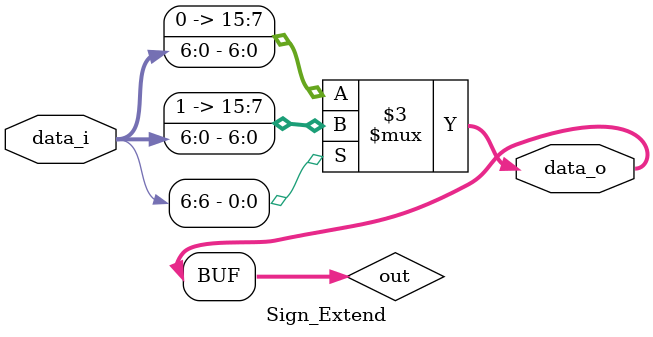
<source format=v>
module Sign_Extend( data_i, data_o );

//I/O ports
input	[7-1:0]     data_i;
output	[16-1:0]    data_o;

//Internal Signals
wire	[16-1:0]    data_o;

//Main function
/*your code here*/
reg[16-1:0] out;

always @(*)
    if(data_i[6])
        out = {9'b111111111, data_i};
    else
        out = {9'b000000000, data_i};
        
assign data_o = out;

endmodule      

</source>
